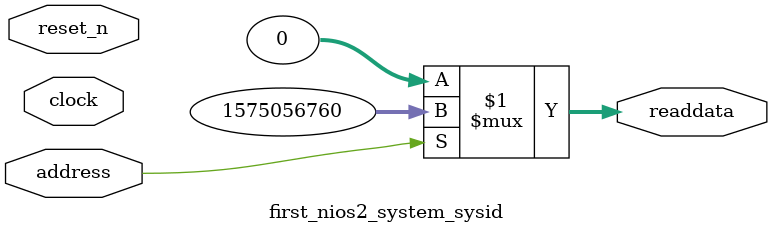
<source format=v>



// synthesis translate_off
`timescale 1ns / 1ps
// synthesis translate_on

// turn off superfluous verilog processor warnings 
// altera message_level Level1 
// altera message_off 10034 10035 10036 10037 10230 10240 10030 

module first_nios2_system_sysid (
               // inputs:
                address,
                clock,
                reset_n,

               // outputs:
                readdata
             )
;

  output  [ 31: 0] readdata;
  input            address;
  input            clock;
  input            reset_n;

  wire    [ 31: 0] readdata;
  //control_slave, which is an e_avalon_slave
  assign readdata = address ? 1575056760 : 0;

endmodule



</source>
